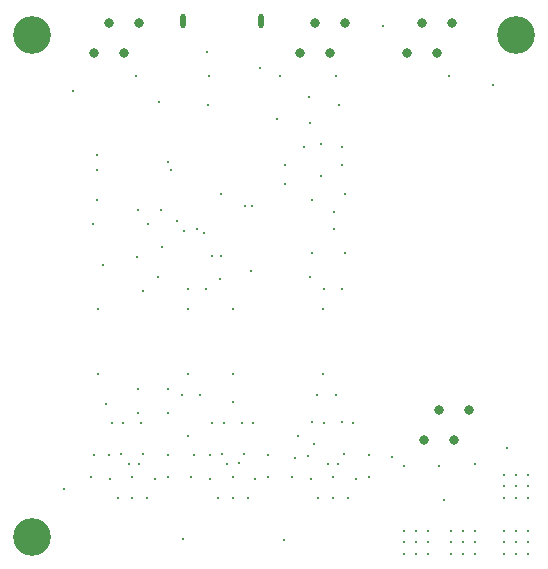
<source format=gbr>
%TF.GenerationSoftware,Altium Limited,Altium Designer,22.9.1 (49)*%
G04 Layer_Color=0*
%FSLAX45Y45*%
%MOMM*%
%TF.SameCoordinates,980CB771-C75C-4F2C-B837-E40D3F653A85*%
%TF.FilePolarity,Positive*%
%TF.FileFunction,Plated,1,4,PTH,Drill*%
%TF.Part,Single*%
G01*
G75*
%TA.AperFunction,ComponentDrill*%
%ADD81C,0.80000*%
%ADD82O,0.50000X1.20000*%
%TA.AperFunction,OtherDrill,Free Pad (11mm,52.5mm)*%
%ADD83C,3.20000*%
%TA.AperFunction,OtherDrill,Free Pad (11mm,10mm)*%
%ADD84C,3.20000*%
%TA.AperFunction,OtherDrill,Free Pad (52mm,52.5mm)*%
%ADD85C,3.20000*%
%TA.AperFunction,ViaDrill,NotFilled*%
%ADD86C,0.20000*%
D81*
X4423000Y1821000D02*
D03*
X4550000Y2075000D02*
D03*
X4677000Y1821000D02*
D03*
X4804000Y2075000D02*
D03*
X4527000Y5096000D02*
D03*
X4400000Y5350000D02*
D03*
X4273000Y5096000D02*
D03*
X4654000Y5350000D02*
D03*
X3754000Y5350000D02*
D03*
X3627000Y5096000D02*
D03*
X3500000Y5350000D02*
D03*
X3373000Y5096000D02*
D03*
X2004000Y5350000D02*
D03*
X1877000Y5096000D02*
D03*
X1750000Y5350000D02*
D03*
X1623000Y5096000D02*
D03*
D82*
X2379370Y5367360D02*
D03*
X3039370Y5367360D02*
D03*
D83*
X1100000Y5250000D02*
D03*
D84*
X1100000Y1000000D02*
D03*
D85*
X5200000Y5250000D02*
D03*
D86*
X3655200Y3750000D02*
D03*
X2577470Y3100000D02*
D03*
X3727470Y3100000D02*
D03*
X5100000Y1325000D02*
D03*
X5100000Y1525000D02*
D03*
X5300000Y1325000D02*
D03*
X5300000Y1525000D02*
D03*
X5200000Y1425000D02*
D03*
X5100000Y1425000D02*
D03*
X5300000Y1425000D02*
D03*
X5200000Y1525000D02*
D03*
X5200000Y1325000D02*
D03*
X3677470Y4900000D02*
D03*
X2700000Y3900000D02*
D03*
X2965000Y3800000D02*
D03*
X4247530Y1600000D02*
D03*
X4547530Y1600000D02*
D03*
X3610000Y1617500D02*
D03*
X3690000Y1617500D02*
D03*
X2450000Y1500000D02*
D03*
X3300000Y1500000D02*
D03*
X4350000Y850000D02*
D03*
X4250000Y850000D02*
D03*
X4250000Y950000D02*
D03*
X4350000Y950000D02*
D03*
X4450000Y850000D02*
D03*
X4450000Y950000D02*
D03*
X4250000Y1050000D02*
D03*
X4450000Y1050000D02*
D03*
X4350000Y1050000D02*
D03*
X2594510Y4649860D02*
D03*
X1760000Y1490000D02*
D03*
X2610000Y1490000D02*
D03*
X3460000Y1490000D02*
D03*
X1600000Y1500000D02*
D03*
X1950000Y1500000D02*
D03*
X2250000Y1500000D02*
D03*
X2800000Y1500000D02*
D03*
X3100000Y1500000D02*
D03*
X3650000Y1500000D02*
D03*
X3950000Y1500000D02*
D03*
X3840000Y1490000D02*
D03*
X2990000Y1490000D02*
D03*
X2140000Y1490000D02*
D03*
X4850000Y1615500D02*
D03*
X1655500Y2377525D02*
D03*
X2417500Y2377525D02*
D03*
X2805500Y2377525D02*
D03*
X3567500Y2922475D02*
D03*
X3572530Y3100000D02*
D03*
X2389660Y3584860D02*
D03*
X1650000Y3850000D02*
D03*
X1619208Y3650000D02*
D03*
X2197530Y3450000D02*
D03*
X2954940Y3250000D02*
D03*
X3244370Y3984860D02*
D03*
X3550000Y4050000D02*
D03*
X3244370Y4144860D02*
D03*
X3402470Y4300000D02*
D03*
X3173991Y4538540D02*
D03*
X4627470Y4900000D02*
D03*
X3029460Y4969310D02*
D03*
X2579370Y5099860D02*
D03*
X1977470Y4900000D02*
D03*
X4850000Y850000D02*
D03*
X4750000Y850000D02*
D03*
X4650000Y850000D02*
D03*
X4650000Y950000D02*
D03*
X4750000Y950000D02*
D03*
X4850000Y950000D02*
D03*
X4850000Y1050000D02*
D03*
X4750000Y1050000D02*
D03*
X4650000Y1050000D02*
D03*
X4586088Y1307500D02*
D03*
X1925000Y1617500D02*
D03*
X2010000Y1617500D02*
D03*
X2750000Y1617500D02*
D03*
X5300000Y850000D02*
D03*
X5200000Y850000D02*
D03*
X5100000Y850000D02*
D03*
X5100000Y950000D02*
D03*
X5200000Y950000D02*
D03*
X5300000Y950000D02*
D03*
X5300000Y1050000D02*
D03*
X5200000Y1050000D02*
D03*
X5100000Y1050000D02*
D03*
X2691546Y3184050D02*
D03*
X2164310Y3200000D02*
D03*
X1990000Y3370000D02*
D03*
X2417500Y2922475D02*
D03*
X2040000Y3080000D02*
D03*
X2425000Y1850000D02*
D03*
X5122530Y1750000D02*
D03*
X4150000Y1675000D02*
D03*
X3230000Y970000D02*
D03*
X2380000Y980000D02*
D03*
X1375000Y1400000D02*
D03*
X1725000Y2125000D02*
D03*
X3750000Y3900000D02*
D03*
X3475000Y3850000D02*
D03*
X5000000Y4825000D02*
D03*
X4075000Y5325000D02*
D03*
X1700000Y3300000D02*
D03*
X3750000Y3400000D02*
D03*
X3475000Y3400000D02*
D03*
X2175000Y4675000D02*
D03*
X1450000Y4775000D02*
D03*
X2325000Y3675000D02*
D03*
X2700000Y3375000D02*
D03*
X2625000Y3375000D02*
D03*
X1857500Y1697370D02*
D03*
X2042500Y1697370D02*
D03*
X2250000Y4175000D02*
D03*
X3550000Y4325000D02*
D03*
X3440830Y1678860D02*
D03*
X3742500Y1702370D02*
D03*
X2892500Y1697370D02*
D03*
X2707500Y1697370D02*
D03*
X2604475Y1691352D02*
D03*
X1754475Y1691352D02*
D03*
X2850000Y1625000D02*
D03*
X2475000Y1687630D02*
D03*
X3491860Y1783130D02*
D03*
X3445000Y4722621D02*
D03*
X2805500Y2922475D02*
D03*
X1655500Y2922475D02*
D03*
X1646500Y4227000D02*
D03*
X1650000Y4100000D02*
D03*
X2422530Y3100000D02*
D03*
X3514910Y2200000D02*
D03*
X3567500Y2377525D02*
D03*
X2800000Y2136370D02*
D03*
X3700000Y4652470D02*
D03*
X2372530Y2200000D02*
D03*
X3325000Y1662630D02*
D03*
X3775000Y1325000D02*
D03*
X3650000Y1325000D02*
D03*
X3525000Y1325000D02*
D03*
X2675000Y1325000D02*
D03*
X2925000Y1325000D02*
D03*
X2800000Y1324740D02*
D03*
X1825000Y1325000D02*
D03*
X2075000Y1325000D02*
D03*
X1950000Y1324740D02*
D03*
X3820000Y1964970D02*
D03*
X3475000Y1967380D02*
D03*
X2975000Y1964970D02*
D03*
X2625000Y1964970D02*
D03*
X1775000Y1964840D02*
D03*
X2025000Y1964840D02*
D03*
X1875000Y1964840D02*
D03*
X1625000Y1687630D02*
D03*
X2250000Y1687630D02*
D03*
X3100000Y1687630D02*
D03*
X2725000Y1964970D02*
D03*
X2875000Y1964840D02*
D03*
X3575000Y1964840D02*
D03*
X3725000Y1967380D02*
D03*
X3950000Y1687630D02*
D03*
X2000000Y2050000D02*
D03*
X3350000Y1850000D02*
D03*
X2000000Y2250000D02*
D03*
X2250000Y2050000D02*
D03*
X2250000Y2250000D02*
D03*
X2525000Y2200000D02*
D03*
X3677470Y2200000D02*
D03*
X3655200Y3600000D02*
D03*
X3725000Y4145060D02*
D03*
X2900000Y3800000D02*
D03*
X3450000Y3200000D02*
D03*
X2556785Y3568183D02*
D03*
X2500105Y3600000D02*
D03*
X2281427Y4103432D02*
D03*
X2080010Y3650000D02*
D03*
X2192708Y3766500D02*
D03*
X1998486Y3766375D02*
D03*
X2600000Y4900000D02*
D03*
X3200000Y4900000D02*
D03*
X3725000Y4300000D02*
D03*
X3450000Y4500000D02*
D03*
%TF.MD5,2ac890a4271da9bb615c1b13adb29981*%
M02*

</source>
